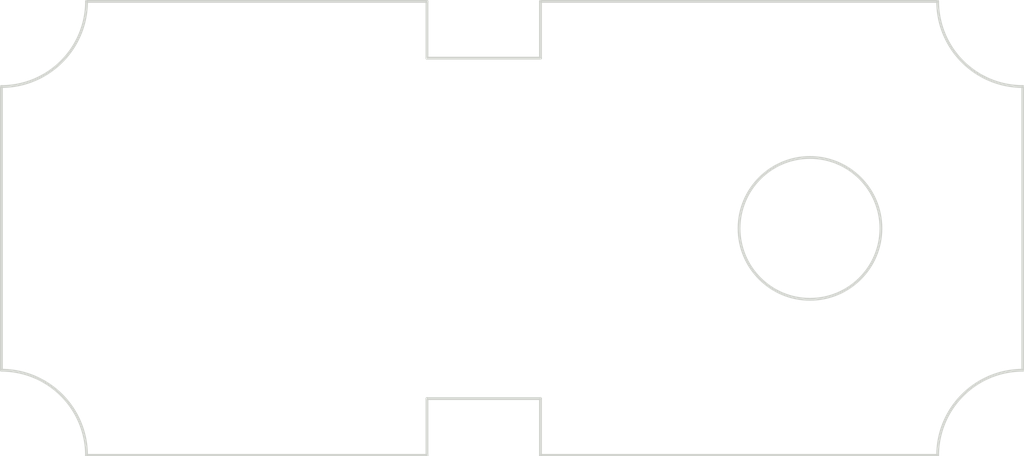
<source format=kicad_pcb>
(kicad_pcb (version 20171130) (host pcbnew "(5.0.0-rc2-108-g8444b1b61-dirty)")

  (general
    (thickness 1.6)
    (drawings 17)
    (tracks 0)
    (zones 0)
    (modules 0)
    (nets 1)
  )

  (page A4)
  (layers
    (0 F.Cu signal)
    (31 B.Cu signal)
    (32 B.Adhes user)
    (33 F.Adhes user)
    (34 B.Paste user)
    (35 F.Paste user)
    (36 B.SilkS user)
    (37 F.SilkS user)
    (38 B.Mask user)
    (39 F.Mask user)
    (40 Dwgs.User user)
    (41 Cmts.User user)
    (42 Eco1.User user)
    (43 Eco2.User user)
    (44 Edge.Cuts user)
    (45 Margin user)
    (46 B.CrtYd user)
    (47 F.CrtYd user)
    (48 B.Fab user)
    (49 F.Fab user)
  )

  (setup
    (last_trace_width 0.25)
    (trace_clearance 0.2)
    (zone_clearance 0.508)
    (zone_45_only no)
    (trace_min 0.2)
    (segment_width 0.2)
    (edge_width 0.1)
    (via_size 0.8)
    (via_drill 0.4)
    (via_min_size 0.4)
    (via_min_drill 0.3)
    (uvia_size 0.3)
    (uvia_drill 0.1)
    (uvias_allowed no)
    (uvia_min_size 0.2)
    (uvia_min_drill 0.1)
    (pcb_text_width 0.3)
    (pcb_text_size 1.5 1.5)
    (mod_edge_width 0.15)
    (mod_text_size 1 1)
    (mod_text_width 0.15)
    (pad_size 1.5 1.5)
    (pad_drill 0.6)
    (pad_to_mask_clearance 0)
    (aux_axis_origin 0 0)
    (visible_elements FFFFFF7F)
    (pcbplotparams
      (layerselection 0x010fc_ffffffff)
      (usegerberextensions false)
      (usegerberattributes false)
      (usegerberadvancedattributes false)
      (creategerberjobfile false)
      (excludeedgelayer true)
      (linewidth 0.100000)
      (plotframeref false)
      (viasonmask false)
      (mode 1)
      (useauxorigin false)
      (hpglpennumber 1)
      (hpglpenspeed 20)
      (hpglpendiameter 15.000000)
      (psnegative false)
      (psa4output false)
      (plotreference true)
      (plotvalue true)
      (plotinvisibletext false)
      (padsonsilk false)
      (subtractmaskfromsilk false)
      (outputformat 1)
      (mirror false)
      (drillshape 1)
      (scaleselection 1)
      (outputdirectory ""))
  )

  (net 0 "")

  (net_class Default "This is the default net class."
    (clearance 0.2)
    (trace_width 0.25)
    (via_dia 0.8)
    (via_drill 0.4)
    (uvia_dia 0.3)
    (uvia_drill 0.1)
  )

  (gr_circle (center 78.5 58) (end 81 58) (layer Edge.Cuts) (width 0.1))
  (gr_arc (start 86 66) (end 86 63) (angle -90) (layer Edge.Cuts) (width 0.1))
  (gr_arc (start 86 50) (end 86 53) (angle 90) (layer Edge.Cuts) (width 0.1))
  (gr_arc (start 50 66) (end 50 63) (angle 90) (layer Edge.Cuts) (width 0.1))
  (gr_arc (start 50 50) (end 50 53) (angle -90) (layer Edge.Cuts) (width 0.1))
  (gr_line (start 69 66) (end 83 66) (layer Edge.Cuts) (width 0.1))
  (gr_line (start 69 64) (end 69 66) (layer Edge.Cuts) (width 0.1))
  (gr_line (start 65 64) (end 69 64) (layer Edge.Cuts) (width 0.1))
  (gr_line (start 65 66) (end 65 64) (layer Edge.Cuts) (width 0.1))
  (gr_line (start 69 50) (end 83 50) (layer Edge.Cuts) (width 0.1))
  (gr_line (start 65 52) (end 65 50) (layer Edge.Cuts) (width 0.1))
  (gr_line (start 65 52) (end 69 52) (layer Edge.Cuts) (width 0.1))
  (gr_line (start 69 50) (end 69 52) (layer Edge.Cuts) (width 0.1))
  (gr_line (start 53 50) (end 65 50) (layer Edge.Cuts) (width 0.1))
  (gr_line (start 53 66) (end 65 66) (layer Edge.Cuts) (width 0.1))
  (gr_line (start 86 53) (end 86 63) (layer Edge.Cuts) (width 0.1))
  (gr_line (start 50 53) (end 50 63) (layer Edge.Cuts) (width 0.1))

)

</source>
